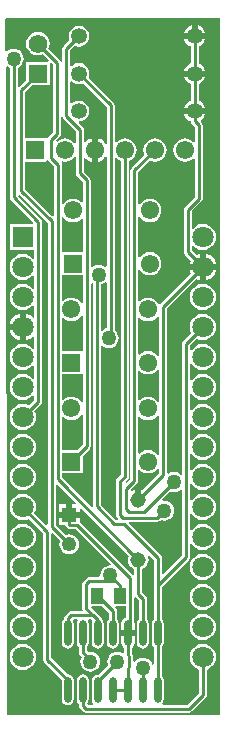
<source format=gtl>
G04*
G04 #@! TF.GenerationSoftware,Altium Limited,Altium Designer,23.2.1 (34)*
G04*
G04 Layer_Physical_Order=1*
G04 Layer_Color=255*
%FSLAX25Y25*%
%MOIN*%
G70*
G04*
G04 #@! TF.SameCoordinates,08813931-105C-4D26-8E83-7783437ACDD9*
G04*
G04*
G04 #@! TF.FilePolarity,Positive*
G04*
G01*
G75*
%ADD16O,0.02362X0.08661*%
%ADD17R,0.03963X0.05544*%
%ADD22C,0.06102*%
%ADD23R,0.06102X0.06102*%
%ADD24C,0.06181*%
%ADD25R,0.06181X0.06181*%
%ADD32C,0.01000*%
%ADD33R,0.07087X0.07087*%
%ADD34C,0.07087*%
%ADD35C,0.05315*%
%ADD36R,0.04921X0.04921*%
%ADD37C,0.04921*%
%ADD38C,0.05181*%
%ADD39C,0.05000*%
G36*
X72175Y1326D02*
X1322D01*
X713Y217299D01*
X1213Y217519D01*
X1736Y217118D01*
X2074Y216977D01*
Y173800D01*
X2175Y173293D01*
X2463Y172863D01*
X9982Y165343D01*
X9775Y164843D01*
X2157D01*
Y156157D01*
X10274D01*
Y153493D01*
X9801Y153333D01*
X9598Y153598D01*
X8690Y154294D01*
X7634Y154732D01*
X6500Y154881D01*
X5366Y154732D01*
X4310Y154294D01*
X3402Y153598D01*
X2706Y152690D01*
X2269Y151634D01*
X2119Y150500D01*
X2269Y149366D01*
X2706Y148310D01*
X3402Y147402D01*
X4310Y146706D01*
X5366Y146268D01*
X6500Y146119D01*
X7634Y146268D01*
X8690Y146706D01*
X9598Y147402D01*
X9801Y147667D01*
X10274Y147507D01*
Y143493D01*
X9801Y143333D01*
X9598Y143598D01*
X8690Y144294D01*
X7634Y144731D01*
X6500Y144881D01*
X5366Y144731D01*
X4310Y144294D01*
X3402Y143598D01*
X2706Y142690D01*
X2269Y141634D01*
X2119Y140500D01*
X2269Y139366D01*
X2706Y138310D01*
X3402Y137402D01*
X4310Y136706D01*
X5366Y136268D01*
X6500Y136119D01*
X7634Y136268D01*
X8690Y136706D01*
X9598Y137402D01*
X9801Y137667D01*
X10274Y137507D01*
Y133822D01*
X9801Y133661D01*
X9740Y133740D01*
X8791Y134469D01*
X7686Y134926D01*
X7500Y134951D01*
Y130500D01*
X6500D01*
D01*
X7500D01*
Y126049D01*
X7686Y126074D01*
X8791Y126531D01*
X9740Y127260D01*
X9801Y127339D01*
X10274Y127178D01*
Y123493D01*
X9801Y123333D01*
X9598Y123598D01*
X8690Y124294D01*
X7634Y124732D01*
X6500Y124881D01*
X5366Y124732D01*
X4310Y124294D01*
X3402Y123598D01*
X2706Y122690D01*
X2269Y121634D01*
X2119Y120500D01*
X2269Y119366D01*
X2706Y118310D01*
X3402Y117402D01*
X4310Y116706D01*
X5366Y116269D01*
X6500Y116119D01*
X7634Y116269D01*
X8690Y116706D01*
X9598Y117402D01*
X9801Y117667D01*
X10274Y117507D01*
Y113493D01*
X9801Y113333D01*
X9598Y113598D01*
X8690Y114294D01*
X7634Y114732D01*
X6500Y114881D01*
X5366Y114732D01*
X4310Y114294D01*
X3402Y113598D01*
X2706Y112690D01*
X2269Y111634D01*
X2119Y110500D01*
X2269Y109366D01*
X2706Y108310D01*
X3402Y107402D01*
X4310Y106706D01*
X5366Y106269D01*
X6500Y106119D01*
X7634Y106269D01*
X8690Y106706D01*
X9598Y107402D01*
X9801Y107667D01*
X10274Y107507D01*
Y106149D01*
X8499Y104373D01*
X7634Y104732D01*
X6500Y104881D01*
X5366Y104732D01*
X4310Y104294D01*
X3402Y103598D01*
X2706Y102690D01*
X2269Y101634D01*
X2119Y100500D01*
X2269Y99366D01*
X2706Y98310D01*
X3402Y97402D01*
X4310Y96706D01*
X5366Y96268D01*
X6500Y96119D01*
X7634Y96268D01*
X8690Y96706D01*
X9598Y97402D01*
X10294Y98310D01*
X10731Y99366D01*
X10881Y100500D01*
X10731Y101634D01*
X10373Y102499D01*
X12537Y104663D01*
X12825Y105093D01*
X12925Y105600D01*
Y165600D01*
X12825Y166107D01*
X12537Y166537D01*
X4965Y174109D01*
X4999Y174278D01*
X5541Y174442D01*
X14828Y165156D01*
Y64700D01*
X14366Y64508D01*
X10373Y68501D01*
X10731Y69366D01*
X10881Y70500D01*
X10731Y71634D01*
X10294Y72690D01*
X9598Y73598D01*
X8690Y74294D01*
X7634Y74731D01*
X6500Y74881D01*
X5366Y74731D01*
X4310Y74294D01*
X3402Y73598D01*
X2706Y72690D01*
X2269Y71634D01*
X2119Y70500D01*
X2269Y69366D01*
X2706Y68310D01*
X3402Y67402D01*
X4310Y66706D01*
X5366Y66268D01*
X6500Y66119D01*
X7634Y66268D01*
X8499Y66627D01*
X13374Y61751D01*
Y19500D01*
X13475Y18993D01*
X13763Y18563D01*
X19504Y12821D01*
X19480Y12701D01*
Y6402D01*
X19634Y5629D01*
X20072Y4973D01*
X20727Y4535D01*
X21500Y4382D01*
X22273Y4535D01*
X22928Y4973D01*
X23366Y5629D01*
X23520Y6402D01*
Y12701D01*
X23366Y13474D01*
X22928Y14129D01*
X22273Y14567D01*
X21500Y14721D01*
X21378Y14696D01*
X16025Y20049D01*
Y61604D01*
X16487Y61796D01*
X18955Y59328D01*
X18823Y59009D01*
X18711Y58157D01*
X18823Y57306D01*
X19152Y56513D01*
X19674Y55832D01*
X20356Y55309D01*
X21149Y54981D01*
X22000Y54869D01*
X22851Y54981D01*
X23644Y55309D01*
X24326Y55832D01*
X24848Y56513D01*
X25177Y57306D01*
X25289Y58157D01*
X25177Y59009D01*
X24848Y59802D01*
X24326Y60483D01*
X23644Y61006D01*
X22851Y61334D01*
X22000Y61446D01*
X21149Y61334D01*
X20830Y61202D01*
X17479Y64553D01*
Y77993D01*
X17941Y78184D01*
X24203Y71923D01*
X24012Y71461D01*
X23000D01*
Y69000D01*
X25461D01*
Y70012D01*
X25923Y70203D01*
X41856Y54269D01*
X41697Y53885D01*
X41580Y53000D01*
X41697Y52115D01*
X42038Y51290D01*
X42582Y50582D01*
X43290Y50038D01*
X43674Y49879D01*
Y47983D01*
X43429Y47845D01*
X43174Y47800D01*
X25461Y65514D01*
Y67000D01*
X22000D01*
X18539D01*
Y64539D01*
X20687D01*
X20775Y64093D01*
X21063Y63663D01*
X21493Y63375D01*
X22000Y63275D01*
X23951D01*
X35762Y51463D01*
X35503Y51016D01*
X34738Y50915D01*
X33936Y50582D01*
X33246Y50054D01*
X32717Y49364D01*
X32385Y48561D01*
X32272Y47700D01*
X31943Y47326D01*
X28700D01*
X28193Y47225D01*
X27763Y46937D01*
X26763Y45937D01*
X26475Y45507D01*
X26375Y45000D01*
Y36600D01*
X26449Y36227D01*
X26164Y35727D01*
X22500D01*
X21993Y35626D01*
X21563Y35339D01*
X20563Y34339D01*
X20275Y33909D01*
X20175Y33402D01*
Y33095D01*
X20072Y33027D01*
X19634Y32371D01*
X19480Y31598D01*
Y25299D01*
X19634Y24526D01*
X20072Y23871D01*
X20727Y23433D01*
X21500Y23279D01*
X22273Y23433D01*
X22928Y23871D01*
X23366Y24526D01*
X23520Y25299D01*
Y31598D01*
X23366Y32371D01*
X23229Y32576D01*
X23497Y33076D01*
X24503D01*
X24771Y32576D01*
X24634Y32371D01*
X24480Y31598D01*
Y25299D01*
X24634Y24526D01*
X25072Y23871D01*
X25174Y23802D01*
Y22157D01*
X25275Y21650D01*
X25563Y21220D01*
X26118Y20665D01*
X26118Y20664D01*
X25785Y19861D01*
X25671Y19000D01*
X25785Y18138D01*
X26118Y17336D01*
X26646Y16646D01*
X27336Y16117D01*
X28139Y15785D01*
X29000Y15672D01*
X29862Y15785D01*
X30664Y16117D01*
X31354Y16646D01*
X31883Y17336D01*
X32215Y18138D01*
X32329Y19000D01*
X32215Y19861D01*
X31883Y20664D01*
X31354Y21354D01*
X30664Y21883D01*
X29862Y22215D01*
X29000Y22329D01*
X28296Y22236D01*
X27825Y22706D01*
Y23802D01*
X27928Y23871D01*
X28366Y24526D01*
X28520Y25299D01*
Y31598D01*
X28366Y32371D01*
X28229Y32576D01*
X28497Y33076D01*
X29349D01*
X29802Y32623D01*
X29634Y32371D01*
X29480Y31598D01*
Y25299D01*
X29634Y24526D01*
X30072Y23871D01*
X30727Y23433D01*
X31500Y23279D01*
X32273Y23433D01*
X32928Y23871D01*
X33366Y24526D01*
X33520Y25299D01*
Y31598D01*
X33366Y32371D01*
X32928Y33027D01*
X32758Y33141D01*
X32725Y33307D01*
X32437Y33737D01*
X29247Y36928D01*
X29454Y37428D01*
X32998D01*
X35175Y35251D01*
Y33095D01*
X35072Y33027D01*
X34634Y32371D01*
X34480Y31598D01*
Y25299D01*
X34634Y24526D01*
X35072Y23871D01*
X35727Y23433D01*
X36500Y23279D01*
X37273Y23433D01*
X37928Y23871D01*
X38366Y24526D01*
X38520Y25299D01*
Y31598D01*
X38366Y32371D01*
X37928Y33027D01*
X37826Y33095D01*
Y35800D01*
X37725Y36307D01*
X37437Y36737D01*
X37209Y36966D01*
X37400Y37428D01*
X40975D01*
Y33718D01*
X40649Y33653D01*
X39928Y33171D01*
X39445Y32449D01*
X39276Y31598D01*
Y29449D01*
X41500D01*
X43724D01*
Y31598D01*
X43599Y32224D01*
X43600Y32270D01*
X43626Y32400D01*
Y40217D01*
X43870Y40355D01*
X44126Y40400D01*
X45175Y39351D01*
Y33095D01*
X45072Y33027D01*
X44634Y32371D01*
X44480Y31598D01*
Y25299D01*
X44634Y24526D01*
X45072Y23871D01*
X45727Y23433D01*
X46500Y23279D01*
X47273Y23433D01*
X47928Y23871D01*
X48366Y24526D01*
X48520Y25299D01*
Y31598D01*
X48366Y32371D01*
X47928Y33027D01*
X47826Y33095D01*
Y39900D01*
X47725Y40407D01*
X47437Y40837D01*
X46325Y41949D01*
Y49879D01*
X46710Y50038D01*
X47418Y50582D01*
X47962Y51290D01*
X48303Y52115D01*
X48420Y53000D01*
X48303Y53885D01*
X48141Y54278D01*
X48564Y54561D01*
X50174Y52951D01*
Y44500D01*
Y33095D01*
X50072Y33027D01*
X49634Y32371D01*
X49480Y31598D01*
Y25299D01*
X49634Y24526D01*
X50072Y23871D01*
X50174Y23802D01*
Y18059D01*
X49674Y17959D01*
X49382Y18664D01*
X48854Y19354D01*
X48164Y19883D01*
X47361Y20215D01*
X46500Y20328D01*
X45638Y20215D01*
X44836Y19883D01*
X44146Y19354D01*
X43826Y18935D01*
X43325Y19105D01*
Y20707D01*
X43225Y21214D01*
X42937Y21644D01*
X42825Y21756D01*
Y23562D01*
X43073Y23727D01*
X43555Y24448D01*
X43724Y25299D01*
Y27449D01*
X41500D01*
X39276D01*
Y25299D01*
X39445Y24448D01*
X39928Y23727D01*
X40174Y23562D01*
Y22056D01*
X39726Y21835D01*
X39664Y21883D01*
X38862Y22215D01*
X38000Y22329D01*
X37139Y22215D01*
X36336Y21883D01*
X35646Y21354D01*
X35118Y20664D01*
X34785Y19861D01*
X34672Y19000D01*
X34785Y18138D01*
X34896Y17871D01*
X31705Y14680D01*
X31500Y14721D01*
X30727Y14567D01*
X30072Y14129D01*
X29634Y13474D01*
X29480Y12701D01*
Y6402D01*
X29634Y5629D01*
X29970Y5125D01*
X29761Y4625D01*
X28251D01*
X28228Y4651D01*
X28023Y5115D01*
X28366Y5629D01*
X28520Y6402D01*
Y12701D01*
X28366Y13474D01*
X27928Y14129D01*
X27273Y14567D01*
X26500Y14721D01*
X25727Y14567D01*
X25072Y14129D01*
X24634Y13474D01*
X24480Y12701D01*
Y6402D01*
X24634Y5629D01*
X25072Y4973D01*
X25174Y4905D01*
Y4300D01*
X25275Y3793D01*
X25563Y3363D01*
X26563Y2363D01*
X26993Y2075D01*
X27500Y1974D01*
X61800D01*
X62307Y2075D01*
X62737Y2363D01*
X67437Y7063D01*
X67725Y7493D01*
X67826Y8000D01*
Y16348D01*
X68690Y16706D01*
X69598Y17402D01*
X70294Y18310D01*
X70732Y19366D01*
X70881Y20500D01*
X70732Y21634D01*
X70294Y22690D01*
X69598Y23598D01*
X68690Y24294D01*
X67634Y24732D01*
X66500Y24881D01*
X65366Y24732D01*
X64310Y24294D01*
X63402Y23598D01*
X62706Y22690D01*
X62269Y21634D01*
X62119Y20500D01*
X62269Y19366D01*
X62706Y18310D01*
X63402Y17402D01*
X64310Y16706D01*
X65175Y16348D01*
Y8549D01*
X61251Y4625D01*
X53239D01*
X53030Y5125D01*
X53366Y5629D01*
X53520Y6402D01*
Y12701D01*
X53366Y13474D01*
X52928Y14129D01*
X52825Y14198D01*
Y23802D01*
X52928Y23871D01*
X53366Y24526D01*
X53520Y25299D01*
Y31598D01*
X53366Y32371D01*
X52928Y33027D01*
X52825Y33095D01*
Y43951D01*
X61837Y52963D01*
X62125Y53393D01*
X62226Y53900D01*
Y58080D01*
X62674Y58288D01*
X62726Y58284D01*
X63402Y57402D01*
X64310Y56706D01*
X65366Y56269D01*
X66500Y56119D01*
X67634Y56269D01*
X68690Y56706D01*
X69598Y57402D01*
X70294Y58310D01*
X70732Y59366D01*
X70881Y60500D01*
X70732Y61634D01*
X70294Y62690D01*
X69598Y63598D01*
X68690Y64294D01*
X67634Y64732D01*
X66500Y64881D01*
X65366Y64732D01*
X64310Y64294D01*
X63402Y63598D01*
X62726Y62716D01*
X62674Y62712D01*
X62226Y62920D01*
Y68080D01*
X62674Y68288D01*
X62726Y68284D01*
X63402Y67402D01*
X64310Y66706D01*
X65366Y66268D01*
X66500Y66119D01*
X67634Y66268D01*
X68690Y66706D01*
X69598Y67402D01*
X70294Y68310D01*
X70732Y69366D01*
X70881Y70500D01*
X70732Y71634D01*
X70294Y72690D01*
X69598Y73598D01*
X68690Y74294D01*
X67634Y74731D01*
X66500Y74881D01*
X65366Y74731D01*
X64310Y74294D01*
X63402Y73598D01*
X62726Y72716D01*
X62674Y72712D01*
X62226Y72920D01*
Y78080D01*
X62674Y78288D01*
X62726Y78284D01*
X63402Y77402D01*
X64310Y76706D01*
X65366Y76269D01*
X66500Y76119D01*
X67634Y76269D01*
X68690Y76706D01*
X69598Y77402D01*
X70294Y78310D01*
X70732Y79366D01*
X70881Y80500D01*
X70732Y81634D01*
X70294Y82690D01*
X69598Y83598D01*
X68690Y84294D01*
X67634Y84732D01*
X66500Y84881D01*
X65366Y84732D01*
X64310Y84294D01*
X63402Y83598D01*
X62726Y82716D01*
X62674Y82712D01*
X62226Y82920D01*
Y88080D01*
X62674Y88288D01*
X62726Y88284D01*
X63402Y87402D01*
X64310Y86706D01*
X65366Y86269D01*
X66500Y86119D01*
X67634Y86269D01*
X68690Y86706D01*
X69598Y87402D01*
X70294Y88310D01*
X70732Y89366D01*
X70881Y90500D01*
X70732Y91634D01*
X70294Y92690D01*
X69598Y93598D01*
X68690Y94294D01*
X67634Y94731D01*
X66500Y94881D01*
X65366Y94731D01*
X64310Y94294D01*
X63402Y93598D01*
X62726Y92716D01*
X62674Y92712D01*
X62226Y92920D01*
Y98080D01*
X62674Y98288D01*
X62726Y98284D01*
X63402Y97402D01*
X64310Y96706D01*
X65366Y96268D01*
X66500Y96119D01*
X67634Y96268D01*
X68690Y96706D01*
X69598Y97402D01*
X70294Y98310D01*
X70732Y99366D01*
X70881Y100500D01*
X70732Y101634D01*
X70294Y102690D01*
X69598Y103598D01*
X68690Y104294D01*
X67634Y104732D01*
X66500Y104881D01*
X65366Y104732D01*
X64310Y104294D01*
X63402Y103598D01*
X62726Y102716D01*
X62674Y102712D01*
X62226Y102920D01*
Y108080D01*
X62674Y108288D01*
X62726Y108284D01*
X63402Y107402D01*
X64310Y106706D01*
X65366Y106269D01*
X66500Y106119D01*
X67634Y106269D01*
X68690Y106706D01*
X69598Y107402D01*
X70294Y108310D01*
X70732Y109366D01*
X70881Y110500D01*
X70732Y111634D01*
X70294Y112690D01*
X69598Y113598D01*
X68690Y114294D01*
X67634Y114732D01*
X66500Y114881D01*
X65366Y114732D01*
X64310Y114294D01*
X63402Y113598D01*
X62726Y112716D01*
X62674Y112712D01*
X62226Y112920D01*
Y118080D01*
X62674Y118288D01*
X62726Y118284D01*
X63402Y117402D01*
X64310Y116706D01*
X65366Y116269D01*
X66500Y116119D01*
X67634Y116269D01*
X68690Y116706D01*
X69598Y117402D01*
X70294Y118310D01*
X70732Y119366D01*
X70881Y120500D01*
X70732Y121634D01*
X70294Y122690D01*
X69598Y123598D01*
X68690Y124294D01*
X67634Y124732D01*
X66500Y124881D01*
X65366Y124732D01*
X64310Y124294D01*
X63402Y123598D01*
X62726Y122716D01*
X62674Y122712D01*
X62226Y122920D01*
Y124351D01*
X64501Y126627D01*
X65366Y126268D01*
X66500Y126119D01*
X67634Y126268D01*
X68690Y126706D01*
X69598Y127402D01*
X70294Y128310D01*
X70732Y129366D01*
X70881Y130500D01*
X70732Y131634D01*
X70294Y132690D01*
X69598Y133598D01*
X68690Y134294D01*
X67634Y134731D01*
X66500Y134881D01*
X65366Y134731D01*
X64310Y134294D01*
X63402Y133598D01*
X62706Y132690D01*
X62269Y131634D01*
X62119Y130500D01*
X62269Y129366D01*
X62627Y128501D01*
X59963Y125837D01*
X59675Y125407D01*
X59575Y124900D01*
Y81522D01*
X59074Y81291D01*
X58564Y81683D01*
X57762Y82015D01*
X56900Y82129D01*
X56038Y82015D01*
X55236Y81683D01*
X55125Y81598D01*
X54625Y81845D01*
Y136751D01*
X64348Y146474D01*
X65314Y146074D01*
X65500Y146049D01*
Y149500D01*
X62049D01*
X62074Y149314D01*
X62474Y148348D01*
X52363Y138237D01*
X52279Y138111D01*
X51714Y138167D01*
X51659Y138300D01*
X51042Y139105D01*
X50237Y139722D01*
X49301Y140110D01*
X48295Y140243D01*
X47290Y140110D01*
X46353Y139722D01*
X45548Y139105D01*
X45499Y139040D01*
X45026Y139201D01*
Y149429D01*
X45526Y149577D01*
X46049Y148895D01*
X46853Y148278D01*
X47790Y147890D01*
X48795Y147757D01*
X49801Y147890D01*
X50737Y148278D01*
X51542Y148895D01*
X52159Y149700D01*
X52547Y150636D01*
X52680Y151642D01*
X52547Y152647D01*
X52159Y153584D01*
X51542Y154388D01*
X50737Y155006D01*
X49801Y155394D01*
X48795Y155526D01*
X47790Y155394D01*
X46853Y155006D01*
X46049Y154388D01*
X45526Y153707D01*
X45026Y153855D01*
Y167145D01*
X45526Y167293D01*
X46049Y166612D01*
X46853Y165994D01*
X47790Y165606D01*
X48795Y165474D01*
X49801Y165606D01*
X50737Y165994D01*
X51542Y166612D01*
X52159Y167416D01*
X52547Y168353D01*
X52680Y169358D01*
X52547Y170364D01*
X52159Y171300D01*
X51542Y172105D01*
X50737Y172722D01*
X49801Y173110D01*
X48795Y173243D01*
X47790Y173110D01*
X46853Y172722D01*
X46049Y172105D01*
X45526Y171423D01*
X45026Y171571D01*
Y182151D01*
X48878Y186003D01*
X49495Y185748D01*
X50500Y185616D01*
X51505Y185748D01*
X52442Y186136D01*
X53247Y186753D01*
X53864Y187558D01*
X54252Y188495D01*
X54384Y189500D01*
X54252Y190505D01*
X53864Y191442D01*
X53247Y192247D01*
X52442Y192864D01*
X51505Y193252D01*
X50500Y193384D01*
X49495Y193252D01*
X48558Y192864D01*
X47753Y192247D01*
X47136Y191442D01*
X46748Y190505D01*
X46616Y189500D01*
X46748Y188495D01*
X47003Y187878D01*
X42763Y183637D01*
X42475Y183207D01*
X42375Y182700D01*
Y79849D01*
X41054Y78529D01*
X40512Y78693D01*
X40491Y78798D01*
X41437Y79744D01*
X41725Y80174D01*
X41826Y80681D01*
Y185880D01*
X42442Y186136D01*
X43247Y186753D01*
X43864Y187558D01*
X44252Y188495D01*
X44384Y189500D01*
X44252Y190505D01*
X43864Y191442D01*
X43247Y192247D01*
X42442Y192864D01*
X41505Y193252D01*
X40500Y193384D01*
X39495Y193252D01*
X38558Y192864D01*
X37753Y192247D01*
X37626Y192080D01*
X37126Y192250D01*
Y204409D01*
X37025Y204916D01*
X36737Y205346D01*
X28404Y213679D01*
X28577Y214097D01*
X28696Y215000D01*
X28577Y215903D01*
X28229Y216744D01*
X27674Y217466D01*
X26952Y218020D01*
X26111Y218369D01*
X25209Y218487D01*
X24306Y218369D01*
X23465Y218020D01*
X22826Y217529D01*
X22325Y217667D01*
Y222742D01*
X23888Y224305D01*
X24306Y224131D01*
X25209Y224013D01*
X26111Y224131D01*
X26952Y224480D01*
X27674Y225034D01*
X28229Y225756D01*
X28577Y226597D01*
X28696Y227500D01*
X28577Y228403D01*
X28229Y229244D01*
X27674Y229966D01*
X26952Y230520D01*
X26111Y230869D01*
X25209Y230987D01*
X24306Y230869D01*
X23465Y230520D01*
X22743Y229966D01*
X22188Y229244D01*
X21840Y228403D01*
X21721Y227500D01*
X21840Y226597D01*
X22013Y226179D01*
X20063Y224229D01*
X19775Y223799D01*
X19674Y223291D01*
Y218905D01*
X19174Y218856D01*
X19125Y219107D01*
X18837Y219537D01*
X15027Y223348D01*
X15290Y223984D01*
X15424Y225000D01*
X15290Y226016D01*
X14898Y226962D01*
X14275Y227775D01*
X13462Y228398D01*
X12516Y228790D01*
X11500Y228924D01*
X10484Y228790D01*
X9538Y228398D01*
X8725Y227775D01*
X8102Y226962D01*
X7710Y226016D01*
X7576Y225000D01*
X7710Y223984D01*
X8102Y223038D01*
X8725Y222225D01*
X9538Y221602D01*
X10484Y221210D01*
X11500Y221076D01*
X12516Y221210D01*
X13152Y221473D01*
X15235Y219391D01*
X15028Y218891D01*
X7609D01*
Y212984D01*
X5226Y210600D01*
X4725Y210807D01*
Y216977D01*
X5064Y217118D01*
X5754Y217646D01*
X6283Y218336D01*
X6615Y219139D01*
X6729Y220000D01*
X6615Y220862D01*
X6283Y221664D01*
X5754Y222354D01*
X5064Y222883D01*
X4262Y223215D01*
X3400Y223328D01*
X2538Y223215D01*
X1736Y222883D01*
X1199Y222470D01*
X698Y222674D01*
X668Y233320D01*
X1021Y233675D01*
X72175D01*
Y1326D01*
D02*
G37*
G36*
X16575Y218051D02*
Y195500D01*
X15011Y193937D01*
X14763Y193565D01*
X14351Y193351D01*
X7274D01*
Y208900D01*
X9484Y211109D01*
X15391D01*
Y218528D01*
X15890Y218735D01*
X16575Y218051D01*
D02*
G37*
G36*
X19775Y200193D02*
X20063Y199763D01*
X24174Y195651D01*
Y191859D01*
X23674Y191689D01*
X23247Y192247D01*
X22442Y192864D01*
X21505Y193252D01*
X20500Y193384D01*
X19495Y193252D01*
X18558Y192864D01*
X17855Y192325D01*
X17525Y192702D01*
X18837Y194014D01*
X19125Y194444D01*
X19226Y194951D01*
Y200395D01*
X19726Y200444D01*
X19775Y200193D01*
D02*
G37*
G36*
X23465Y211980D02*
X24306Y211631D01*
X25209Y211513D01*
X26111Y211631D01*
X26529Y211805D01*
X34475Y203860D01*
Y191761D01*
X34305Y191676D01*
X33974Y191627D01*
X33389Y192389D01*
X32543Y193039D01*
X31558Y193447D01*
X31500Y193455D01*
Y189500D01*
Y185546D01*
X31558Y185553D01*
X32543Y185961D01*
X33389Y186611D01*
X33974Y187373D01*
X34305Y187324D01*
X34475Y187240D01*
Y150722D01*
X33974Y150491D01*
X33464Y150882D01*
X32662Y151215D01*
X31800Y151329D01*
X30939Y151215D01*
X30136Y150882D01*
X29625Y150491D01*
X29125Y150722D01*
Y179400D01*
X29025Y179907D01*
X28737Y180337D01*
X26825Y182249D01*
Y186813D01*
X27325Y186982D01*
X27611Y186611D01*
X28457Y185961D01*
X29442Y185553D01*
X29500Y185546D01*
Y189500D01*
Y193455D01*
X29442Y193447D01*
X28457Y193039D01*
X27611Y192389D01*
X27325Y192018D01*
X26825Y192187D01*
Y196200D01*
X26725Y196707D01*
X26437Y197137D01*
X24995Y198580D01*
X25073Y198737D01*
X25262Y199020D01*
X26111Y199132D01*
X26952Y199480D01*
X27674Y200034D01*
X28229Y200756D01*
X28577Y201597D01*
X28696Y202500D01*
X28577Y203403D01*
X28229Y204244D01*
X27674Y204966D01*
X26952Y205520D01*
X26111Y205869D01*
X25209Y205987D01*
X24306Y205869D01*
X23465Y205520D01*
X22826Y205029D01*
X22325Y205167D01*
Y212333D01*
X22826Y212471D01*
X23465Y211980D01*
D02*
G37*
G36*
X24174Y187141D02*
Y181700D01*
X24275Y181193D01*
X24563Y180763D01*
X26474Y178851D01*
Y172201D01*
X26001Y172040D01*
X25951Y172105D01*
X25147Y172722D01*
X24210Y173110D01*
X23205Y173243D01*
X22199Y173110D01*
X21263Y172722D01*
X20458Y172105D01*
X19979Y171481D01*
X19479Y171650D01*
Y184646D01*
X19378Y185154D01*
X19285Y185294D01*
X19391Y185523D01*
X19591Y185735D01*
X20500Y185616D01*
X21505Y185748D01*
X22442Y186136D01*
X23247Y186753D01*
X23674Y187311D01*
X24174Y187141D01*
D02*
G37*
G36*
X15011Y185914D02*
X16828Y184097D01*
Y167558D01*
X16366Y167367D01*
X7274Y176458D01*
Y185649D01*
X14351D01*
Y186002D01*
X14851Y186154D01*
X15011Y185914D01*
D02*
G37*
G36*
X20458Y166612D02*
X21263Y165994D01*
X22199Y165606D01*
X23205Y165474D01*
X24210Y165606D01*
X25147Y165994D01*
X25951Y166612D01*
X26001Y166676D01*
X26474Y166515D01*
Y155493D01*
X19479D01*
Y167066D01*
X19979Y167236D01*
X20458Y166612D01*
D02*
G37*
G36*
X26474Y138571D02*
X25975Y138423D01*
X25451Y139105D01*
X24647Y139722D01*
X23710Y140110D01*
X22705Y140243D01*
X21699Y140110D01*
X20763Y139722D01*
X19979Y139121D01*
X19803Y139148D01*
X19479Y139258D01*
Y147791D01*
X26474D01*
Y138571D01*
D02*
G37*
G36*
X51974Y134006D02*
Y120994D01*
X51474Y120825D01*
X51042Y121388D01*
X50237Y122006D01*
X49301Y122394D01*
X48295Y122526D01*
X47290Y122394D01*
X46353Y122006D01*
X45548Y121388D01*
X45499Y121324D01*
X45026Y121485D01*
Y133515D01*
X45499Y133676D01*
X45548Y133612D01*
X46353Y132994D01*
X47290Y132606D01*
X48295Y132474D01*
X49301Y132606D01*
X50237Y132994D01*
X51042Y133612D01*
X51474Y134175D01*
X51974Y134006D01*
D02*
G37*
G36*
X26474Y134145D02*
Y122493D01*
X19479D01*
Y133458D01*
X19803Y133568D01*
X19979Y133595D01*
X20763Y132994D01*
X21699Y132606D01*
X22705Y132474D01*
X23710Y132606D01*
X24647Y132994D01*
X25451Y133612D01*
X25975Y134293D01*
X26474Y134145D01*
D02*
G37*
G36*
X34475Y145278D02*
Y130046D01*
X34238Y130015D01*
X33436Y129683D01*
X32926Y129291D01*
X32425Y129522D01*
Y144754D01*
X32662Y144785D01*
X33464Y145117D01*
X33974Y145509D01*
X34475Y145278D01*
D02*
G37*
G36*
X37753Y186753D02*
X38558Y186136D01*
X39175Y185880D01*
Y81230D01*
X37972Y80028D01*
X37685Y79598D01*
X37584Y79091D01*
Y68000D01*
X37685Y67493D01*
X37972Y67063D01*
X38348Y66687D01*
X38156Y66225D01*
X37449D01*
X32425Y71249D01*
Y124078D01*
X32926Y124309D01*
X33436Y123917D01*
X34238Y123585D01*
X35100Y123471D01*
X35961Y123585D01*
X36764Y123917D01*
X37454Y124446D01*
X37982Y125136D01*
X38315Y125938D01*
X38429Y126800D01*
X38315Y127662D01*
X37982Y128464D01*
X37454Y129154D01*
X37126Y129405D01*
Y186750D01*
X37626Y186920D01*
X37753Y186753D01*
D02*
G37*
G36*
X51974Y116289D02*
Y105711D01*
X51474Y105541D01*
X51042Y106105D01*
X50237Y106722D01*
X49301Y107110D01*
X48295Y107243D01*
X47290Y107110D01*
X46353Y106722D01*
X45548Y106105D01*
X45499Y106040D01*
X45026Y106201D01*
Y115799D01*
X45499Y115960D01*
X45548Y115895D01*
X46353Y115278D01*
X47290Y114890D01*
X48295Y114757D01*
X49301Y114890D01*
X50237Y115278D01*
X51042Y115895D01*
X51474Y116459D01*
X51974Y116289D01*
D02*
G37*
G36*
X26474Y105571D02*
X25975Y105423D01*
X25451Y106105D01*
X24647Y106722D01*
X23710Y107110D01*
X22705Y107243D01*
X21699Y107110D01*
X20763Y106722D01*
X19979Y106121D01*
X19803Y106149D01*
X19479Y106258D01*
Y114791D01*
X26474D01*
Y105571D01*
D02*
G37*
G36*
X51974Y101006D02*
Y87994D01*
X51474Y87825D01*
X51042Y88389D01*
X50237Y89006D01*
X49301Y89394D01*
X48295Y89526D01*
X47290Y89394D01*
X46353Y89006D01*
X45548Y88389D01*
X45499Y88324D01*
X45026Y88485D01*
Y100515D01*
X45499Y100676D01*
X45548Y100611D01*
X46353Y99994D01*
X47290Y99606D01*
X48295Y99474D01*
X49301Y99606D01*
X50237Y99994D01*
X51042Y100611D01*
X51474Y101175D01*
X51974Y101006D01*
D02*
G37*
G36*
X26474Y101145D02*
Y91286D01*
X24681Y89493D01*
X19479D01*
Y100458D01*
X19803Y100568D01*
X19979Y100595D01*
X20763Y99994D01*
X21699Y99606D01*
X22705Y99474D01*
X23710Y99606D01*
X24647Y99994D01*
X25451Y100611D01*
X25975Y101293D01*
X26474Y101145D01*
D02*
G37*
G36*
X51974Y83289D02*
Y81849D01*
X46423Y76297D01*
X46000Y76472D01*
Y73000D01*
X44000D01*
Y76472D01*
X43189Y76136D01*
X42883Y75901D01*
X42553Y76278D01*
X44637Y78363D01*
X44925Y78793D01*
X45026Y79300D01*
Y82799D01*
X45499Y82960D01*
X45548Y82895D01*
X46353Y82278D01*
X47290Y81890D01*
X48295Y81757D01*
X49301Y81890D01*
X50237Y82278D01*
X51042Y82895D01*
X51474Y83459D01*
X51974Y83289D01*
D02*
G37*
G36*
X59575Y76078D02*
Y54449D01*
X53287Y48162D01*
X52825Y48353D01*
Y53500D01*
X52725Y54007D01*
X52437Y54437D01*
X41752Y65122D01*
X41944Y65584D01*
X51309D01*
X51817Y65685D01*
X52247Y65972D01*
X52500Y66225D01*
X52838Y66085D01*
X53700Y65971D01*
X54562Y66085D01*
X55364Y66417D01*
X56054Y66946D01*
X56583Y67636D01*
X56915Y68439D01*
X57029Y69300D01*
X56915Y70161D01*
X56583Y70964D01*
X56054Y71654D01*
X55364Y72183D01*
X54562Y72515D01*
X53700Y72628D01*
X53251Y72569D01*
X53017Y73043D01*
X55700Y75725D01*
X56038Y75585D01*
X56900Y75472D01*
X57762Y75585D01*
X58564Y75917D01*
X59074Y76309D01*
X59575Y76078D01*
D02*
G37*
G36*
X29774Y145027D02*
Y70807D01*
X29517Y70640D01*
X29287Y70587D01*
X19479Y80395D01*
Y81791D01*
X26556D01*
Y87618D01*
X28737Y89800D01*
X29025Y90230D01*
X29125Y90737D01*
Y144849D01*
X29625Y145123D01*
X29774Y145027D01*
D02*
G37*
%LPC*%
G36*
X64791Y231045D02*
Y228500D01*
X67336D01*
X66986Y229345D01*
X66400Y230109D01*
X65636Y230695D01*
X64791Y231045D01*
D02*
G37*
G36*
X62791D02*
X61947Y230695D01*
X61183Y230109D01*
X60597Y229345D01*
X60247Y228500D01*
X62791D01*
Y231045D01*
D02*
G37*
G36*
X67336Y226500D02*
X60247D01*
X60597Y225656D01*
X61183Y224891D01*
X61947Y224305D01*
X62466Y224090D01*
Y218410D01*
X61947Y218195D01*
X61183Y217609D01*
X60597Y216845D01*
X60247Y216000D01*
X67336D01*
X66986Y216845D01*
X66400Y217609D01*
X65636Y218195D01*
X65117Y218410D01*
Y224090D01*
X65636Y224305D01*
X66400Y224891D01*
X66986Y225656D01*
X67336Y226500D01*
D02*
G37*
G36*
Y214000D02*
X60247D01*
X60597Y213156D01*
X61183Y212391D01*
X61947Y211805D01*
X62466Y211590D01*
Y205910D01*
X61947Y205695D01*
X61183Y205109D01*
X60597Y204345D01*
X60247Y203500D01*
X67336D01*
X66986Y204345D01*
X66400Y205109D01*
X65636Y205695D01*
X65117Y205910D01*
Y211590D01*
X65636Y211805D01*
X66400Y212391D01*
X66986Y213156D01*
X67336Y214000D01*
D02*
G37*
G36*
Y201500D02*
X60247D01*
X60597Y200656D01*
X61183Y199891D01*
X61947Y199305D01*
X62470Y199089D01*
X62567Y198601D01*
X62854Y198171D01*
X63775Y197251D01*
Y192337D01*
X63301Y192176D01*
X63247Y192247D01*
X62442Y192864D01*
X61505Y193252D01*
X60500Y193384D01*
X59495Y193252D01*
X58558Y192864D01*
X57753Y192247D01*
X57136Y191442D01*
X56748Y190505D01*
X56616Y189500D01*
X56748Y188495D01*
X57136Y187558D01*
X57753Y186753D01*
X58558Y186136D01*
X59495Y185748D01*
X60500Y185616D01*
X61505Y185748D01*
X62442Y186136D01*
X63247Y186753D01*
X63301Y186824D01*
X63775Y186663D01*
Y173849D01*
X60463Y170537D01*
X60175Y170107D01*
X60075Y169600D01*
Y155600D01*
X60175Y155093D01*
X60463Y154663D01*
X62474Y152652D01*
X62074Y151686D01*
X62049Y151500D01*
X65500D01*
Y154951D01*
X65314Y154926D01*
X64348Y154526D01*
X62726Y156149D01*
Y157507D01*
X63199Y157667D01*
X63402Y157402D01*
X64310Y156706D01*
X65366Y156269D01*
X66500Y156119D01*
X67634Y156269D01*
X68690Y156706D01*
X69598Y157402D01*
X70294Y158310D01*
X70732Y159366D01*
X70881Y160500D01*
X70732Y161634D01*
X70294Y162690D01*
X69598Y163598D01*
X68690Y164294D01*
X67634Y164732D01*
X66500Y164881D01*
X65366Y164732D01*
X64310Y164294D01*
X63402Y163598D01*
X63199Y163333D01*
X62726Y163493D01*
Y169051D01*
X66037Y172363D01*
X66325Y172793D01*
X66426Y173300D01*
Y197800D01*
X66325Y198307D01*
X66037Y198737D01*
X65882Y198893D01*
X65942Y199540D01*
X66400Y199891D01*
X66986Y200656D01*
X67336Y201500D01*
D02*
G37*
G36*
X67500Y154951D02*
Y151500D01*
X70951D01*
X70926Y151686D01*
X70469Y152791D01*
X69740Y153740D01*
X68791Y154469D01*
X67686Y154926D01*
X67500Y154951D01*
D02*
G37*
G36*
X70951Y149500D02*
X67500D01*
Y146049D01*
X67686Y146074D01*
X68791Y146531D01*
X69740Y147260D01*
X70469Y148209D01*
X70926Y149314D01*
X70951Y149500D01*
D02*
G37*
G36*
X66500Y144881D02*
X65366Y144731D01*
X64310Y144294D01*
X63402Y143598D01*
X62706Y142690D01*
X62269Y141634D01*
X62119Y140500D01*
X62269Y139366D01*
X62706Y138310D01*
X63402Y137402D01*
X64310Y136706D01*
X65366Y136268D01*
X66500Y136119D01*
X67634Y136268D01*
X68690Y136706D01*
X69598Y137402D01*
X70294Y138310D01*
X70732Y139366D01*
X70881Y140500D01*
X70732Y141634D01*
X70294Y142690D01*
X69598Y143598D01*
X68690Y144294D01*
X67634Y144731D01*
X66500Y144881D01*
D02*
G37*
G36*
X5500Y134951D02*
X5314Y134926D01*
X4209Y134469D01*
X3260Y133740D01*
X2531Y132791D01*
X2074Y131686D01*
X2049Y131500D01*
X5500D01*
Y134951D01*
D02*
G37*
G36*
Y129500D02*
X2049D01*
X2074Y129314D01*
X2531Y128209D01*
X3260Y127260D01*
X4209Y126531D01*
X5314Y126074D01*
X5500Y126049D01*
Y129500D01*
D02*
G37*
G36*
X6500Y94881D02*
X5366Y94731D01*
X4310Y94294D01*
X3402Y93598D01*
X2706Y92690D01*
X2269Y91634D01*
X2119Y90500D01*
X2269Y89366D01*
X2706Y88310D01*
X3402Y87402D01*
X4310Y86706D01*
X5366Y86269D01*
X6500Y86119D01*
X7634Y86269D01*
X8690Y86706D01*
X9598Y87402D01*
X10294Y88310D01*
X10731Y89366D01*
X10881Y90500D01*
X10731Y91634D01*
X10294Y92690D01*
X9598Y93598D01*
X8690Y94294D01*
X7634Y94731D01*
X6500Y94881D01*
D02*
G37*
G36*
Y84881D02*
X5366Y84732D01*
X4310Y84294D01*
X3402Y83598D01*
X2706Y82690D01*
X2269Y81634D01*
X2119Y80500D01*
X2269Y79366D01*
X2706Y78310D01*
X3402Y77402D01*
X4310Y76706D01*
X5366Y76269D01*
X6500Y76119D01*
X7634Y76269D01*
X8690Y76706D01*
X9598Y77402D01*
X10294Y78310D01*
X10731Y79366D01*
X10881Y80500D01*
X10731Y81634D01*
X10294Y82690D01*
X9598Y83598D01*
X8690Y84294D01*
X7634Y84732D01*
X6500Y84881D01*
D02*
G37*
G36*
X21000Y71461D02*
X18539D01*
Y69000D01*
X21000D01*
Y71461D01*
D02*
G37*
G36*
X6500Y64881D02*
X5366Y64732D01*
X4310Y64294D01*
X3402Y63598D01*
X2706Y62690D01*
X2269Y61634D01*
X2119Y60500D01*
X2269Y59366D01*
X2706Y58310D01*
X3402Y57402D01*
X4310Y56706D01*
X5366Y56269D01*
X6500Y56119D01*
X7634Y56269D01*
X8690Y56706D01*
X9598Y57402D01*
X10294Y58310D01*
X10731Y59366D01*
X10881Y60500D01*
X10731Y61634D01*
X10294Y62690D01*
X9598Y63598D01*
X8690Y64294D01*
X7634Y64732D01*
X6500Y64881D01*
D02*
G37*
G36*
X66500Y54881D02*
X65366Y54732D01*
X64310Y54294D01*
X63402Y53598D01*
X62706Y52690D01*
X62269Y51634D01*
X62119Y50500D01*
X62269Y49366D01*
X62706Y48310D01*
X63402Y47402D01*
X64310Y46706D01*
X65366Y46268D01*
X66500Y46119D01*
X67634Y46268D01*
X68690Y46706D01*
X69598Y47402D01*
X70294Y48310D01*
X70732Y49366D01*
X70881Y50500D01*
X70732Y51634D01*
X70294Y52690D01*
X69598Y53598D01*
X68690Y54294D01*
X67634Y54732D01*
X66500Y54881D01*
D02*
G37*
G36*
X6500D02*
X5366Y54732D01*
X4310Y54294D01*
X3402Y53598D01*
X2706Y52690D01*
X2269Y51634D01*
X2119Y50500D01*
X2269Y49366D01*
X2706Y48310D01*
X3402Y47402D01*
X4310Y46706D01*
X5366Y46268D01*
X6500Y46119D01*
X7634Y46268D01*
X8690Y46706D01*
X9598Y47402D01*
X10294Y48310D01*
X10731Y49366D01*
X10881Y50500D01*
X10731Y51634D01*
X10294Y52690D01*
X9598Y53598D01*
X8690Y54294D01*
X7634Y54732D01*
X6500Y54881D01*
D02*
G37*
G36*
X66500Y44881D02*
X65366Y44732D01*
X64310Y44294D01*
X63402Y43598D01*
X62706Y42690D01*
X62269Y41634D01*
X62119Y40500D01*
X62269Y39366D01*
X62706Y38310D01*
X63402Y37402D01*
X64310Y36706D01*
X65366Y36268D01*
X66500Y36119D01*
X67634Y36268D01*
X68690Y36706D01*
X69598Y37402D01*
X70294Y38310D01*
X70732Y39366D01*
X70881Y40500D01*
X70732Y41634D01*
X70294Y42690D01*
X69598Y43598D01*
X68690Y44294D01*
X67634Y44732D01*
X66500Y44881D01*
D02*
G37*
G36*
X6500D02*
X5366Y44732D01*
X4310Y44294D01*
X3402Y43598D01*
X2706Y42690D01*
X2269Y41634D01*
X2119Y40500D01*
X2269Y39366D01*
X2706Y38310D01*
X3402Y37402D01*
X4310Y36706D01*
X5366Y36268D01*
X6500Y36119D01*
X7634Y36268D01*
X8690Y36706D01*
X9598Y37402D01*
X10294Y38310D01*
X10731Y39366D01*
X10881Y40500D01*
X10731Y41634D01*
X10294Y42690D01*
X9598Y43598D01*
X8690Y44294D01*
X7634Y44732D01*
X6500Y44881D01*
D02*
G37*
G36*
X66500Y34881D02*
X65366Y34732D01*
X64310Y34294D01*
X63402Y33598D01*
X62706Y32690D01*
X62269Y31634D01*
X62119Y30500D01*
X62269Y29366D01*
X62706Y28310D01*
X63402Y27402D01*
X64310Y26706D01*
X65366Y26269D01*
X66500Y26119D01*
X67634Y26269D01*
X68690Y26706D01*
X69598Y27402D01*
X70294Y28310D01*
X70732Y29366D01*
X70881Y30500D01*
X70732Y31634D01*
X70294Y32690D01*
X69598Y33598D01*
X68690Y34294D01*
X67634Y34732D01*
X66500Y34881D01*
D02*
G37*
G36*
X6500D02*
X5366Y34732D01*
X4310Y34294D01*
X3402Y33598D01*
X2706Y32690D01*
X2269Y31634D01*
X2119Y30500D01*
X2269Y29366D01*
X2706Y28310D01*
X3402Y27402D01*
X4310Y26706D01*
X5366Y26269D01*
X6500Y26119D01*
X7634Y26269D01*
X8690Y26706D01*
X9598Y27402D01*
X10294Y28310D01*
X10731Y29366D01*
X10881Y30500D01*
X10731Y31634D01*
X10294Y32690D01*
X9598Y33598D01*
X8690Y34294D01*
X7634Y34732D01*
X6500Y34881D01*
D02*
G37*
G36*
Y24881D02*
X5366Y24732D01*
X4310Y24294D01*
X3402Y23598D01*
X2706Y22690D01*
X2269Y21634D01*
X2119Y20500D01*
X2269Y19366D01*
X2706Y18310D01*
X3402Y17402D01*
X4310Y16706D01*
X5366Y16269D01*
X6500Y16119D01*
X7634Y16269D01*
X8690Y16706D01*
X9598Y17402D01*
X10294Y18310D01*
X10731Y19366D01*
X10881Y20500D01*
X10731Y21634D01*
X10294Y22690D01*
X9598Y23598D01*
X8690Y24294D01*
X7634Y24732D01*
X6500Y24881D01*
D02*
G37*
%LPD*%
D16*
X21500Y9551D02*
D03*
X26500D02*
D03*
X31500D02*
D03*
X36500D02*
D03*
X41500D02*
D03*
X46500D02*
D03*
X51500D02*
D03*
X21500Y28449D02*
D03*
X26500D02*
D03*
X31500D02*
D03*
X36500D02*
D03*
X41500D02*
D03*
X46500D02*
D03*
X51500D02*
D03*
D17*
X31256Y41000D02*
D03*
X38744D02*
D03*
D22*
X48795Y169358D02*
D03*
X23205D02*
D03*
X48795Y151642D02*
D03*
X48295Y136358D02*
D03*
X22705D02*
D03*
X48295Y118642D02*
D03*
Y103358D02*
D03*
X22705D02*
D03*
X48295Y85642D02*
D03*
X20500Y189500D02*
D03*
X30500D02*
D03*
X40500D02*
D03*
X50500D02*
D03*
X60500D02*
D03*
D23*
X23205Y151642D02*
D03*
X22705Y118642D02*
D03*
Y85642D02*
D03*
X10500Y189500D02*
D03*
D24*
X11500Y225000D02*
D03*
D25*
Y215000D02*
D03*
D32*
X26500Y22157D02*
Y28449D01*
X29000Y19000D02*
Y19657D01*
X26500Y22157D02*
X29000Y19657D01*
X41500Y16744D02*
X42000Y17244D01*
X41500Y9551D02*
Y16744D01*
X37900Y19000D02*
X38000D01*
X31500Y12600D02*
X37900Y19000D01*
X41500Y21207D02*
X42000Y20707D01*
Y17244D02*
Y20707D01*
X41500Y21207D02*
Y28449D01*
X31500Y9551D02*
Y12600D01*
X31256Y39400D02*
X32900D01*
X51500Y44500D02*
Y53500D01*
X35600Y47700D02*
X37300Y46000D01*
X28700D02*
X37300D01*
X29898Y34402D02*
X31500Y32800D01*
X27700Y36600D02*
X29898Y34402D01*
X45000Y73000D02*
X53300Y81300D01*
Y137300D01*
X66500Y150500D01*
X35100Y126800D02*
X35800Y127500D01*
Y204409D01*
X25209Y215000D02*
X35800Y204409D01*
X18154Y79846D02*
X45000Y53000D01*
X18154Y79846D02*
Y184646D01*
X15949Y186851D02*
X18154Y184646D01*
X15949Y186851D02*
Y193000D01*
X17900Y194951D01*
Y218600D01*
X11500Y225000D02*
X17900Y218600D01*
X46500Y9551D02*
Y17000D01*
X6500Y70500D02*
X14700Y62300D01*
Y19500D02*
Y62300D01*
Y19500D02*
X21500Y12700D01*
Y9551D02*
Y12700D01*
Y28449D02*
Y33402D01*
X22500Y34402D01*
X29898D01*
X38744Y41000D02*
Y44556D01*
X37300Y46000D02*
X38744Y44556D01*
X27700Y45000D02*
X28700Y46000D01*
X27700Y36600D02*
Y45000D01*
X31500Y28449D02*
Y32800D01*
X31100Y147300D02*
X31800Y148000D01*
X31100Y70700D02*
Y147300D01*
Y70700D02*
X36900Y64900D01*
X40100D01*
X51500Y53500D01*
X40500Y80681D02*
Y189500D01*
X38909Y79091D02*
X40500Y80681D01*
X38909Y68000D02*
Y79091D01*
Y68000D02*
X40000Y66909D01*
X51309D01*
X53700Y69300D01*
X60900Y124900D02*
X66500Y130500D01*
X60900Y53900D02*
Y124900D01*
X51500Y44500D02*
X60900Y53900D01*
X51500Y28449D02*
Y44500D01*
X47009Y68909D02*
X56900Y78800D01*
X42000Y68909D02*
X47009D01*
X40909Y70000D02*
X42000Y68909D01*
X40909Y70000D02*
Y76509D01*
X43700Y79300D01*
Y182700D01*
X50500Y189500D01*
X63791Y199109D02*
Y202500D01*
Y199109D02*
X65100Y197800D01*
Y173300D02*
Y197800D01*
X61400Y169600D02*
X65100Y173300D01*
X61400Y155600D02*
Y169600D01*
Y155600D02*
X66500Y150500D01*
X6500Y100500D02*
X11600Y105600D01*
Y165600D01*
X3400Y173800D02*
X11600Y165600D01*
X3400Y173800D02*
Y220000D01*
X22000Y64600D02*
Y68000D01*
Y64600D02*
X24500D01*
X42300Y46800D01*
Y32400D02*
Y46800D01*
X41500Y28449D02*
X42300Y32400D01*
X36500Y9551D02*
X41500D01*
X63791Y202500D02*
Y215000D01*
Y227500D01*
X31256Y39400D02*
Y41000D01*
X32900Y39400D02*
X36500Y35800D01*
Y28449D02*
Y35800D01*
X22705Y85642D02*
X27800Y90737D01*
Y179400D01*
X25500Y181700D02*
X27800Y179400D01*
X25500Y181700D02*
Y196200D01*
X21000Y200700D02*
X25500Y196200D01*
X21000Y200700D02*
Y223291D01*
X25209Y227500D01*
X45000Y41400D02*
Y53000D01*
Y41400D02*
X46500Y39900D01*
Y28449D02*
Y39900D01*
X16154Y64004D02*
X22000Y58157D01*
X16154Y64004D02*
Y165705D01*
X5949Y175909D02*
X16154Y165705D01*
X5949Y175909D02*
Y209449D01*
X11500Y215000D01*
X26500Y4300D02*
Y9551D01*
Y4300D02*
X27500Y3300D01*
X61800D01*
X66500Y8000D01*
Y20500D01*
X51500Y9551D02*
Y28449D01*
D33*
X6500Y160500D02*
D03*
D34*
Y150500D02*
D03*
Y140500D02*
D03*
Y130500D02*
D03*
Y120500D02*
D03*
Y110500D02*
D03*
Y100500D02*
D03*
Y90500D02*
D03*
Y80500D02*
D03*
Y70500D02*
D03*
Y60500D02*
D03*
Y50500D02*
D03*
Y40500D02*
D03*
Y30500D02*
D03*
Y20500D02*
D03*
X66500D02*
D03*
Y30500D02*
D03*
Y40500D02*
D03*
Y50500D02*
D03*
Y60500D02*
D03*
Y70500D02*
D03*
Y80500D02*
D03*
Y90500D02*
D03*
Y100500D02*
D03*
Y110500D02*
D03*
Y120500D02*
D03*
Y130500D02*
D03*
Y140500D02*
D03*
Y150500D02*
D03*
Y160500D02*
D03*
D35*
X63791Y202500D02*
D03*
X25209D02*
D03*
X63791Y215000D02*
D03*
X25209D02*
D03*
X63791Y227500D02*
D03*
X25209D02*
D03*
D36*
X22000Y68000D02*
D03*
D37*
Y58157D02*
D03*
D38*
X45000Y53000D02*
D03*
Y73000D02*
D03*
D39*
X29000Y19000D02*
D03*
X38000D02*
D03*
X35100Y126800D02*
D03*
X46500Y17000D02*
D03*
X31800Y148000D02*
D03*
X53700Y69300D02*
D03*
X56900Y78800D02*
D03*
X35600Y47700D02*
D03*
X3400Y220000D02*
D03*
M02*

</source>
